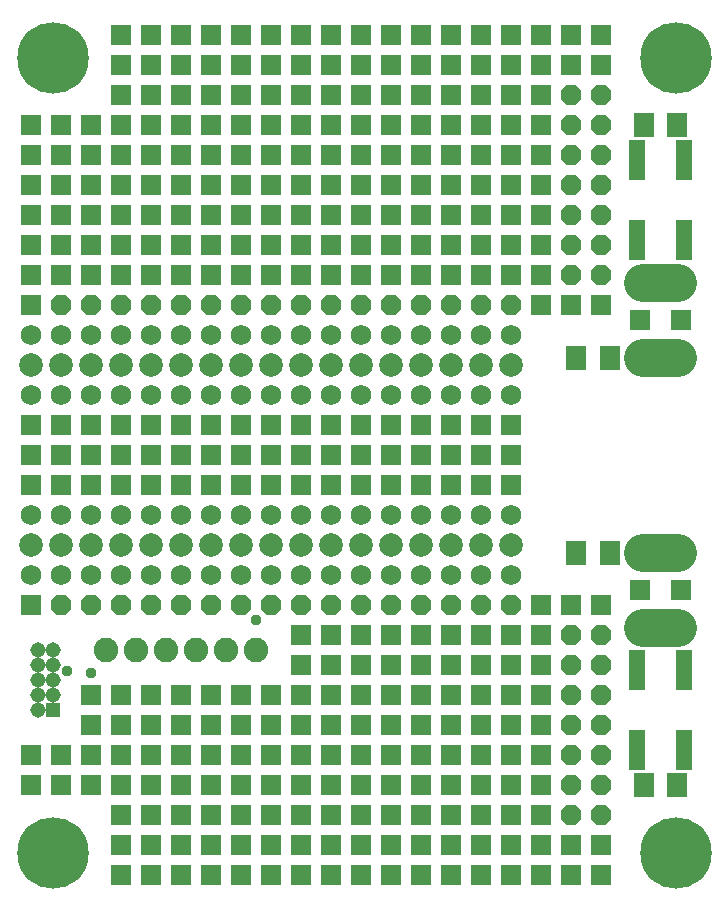
<source format=gts>
G75*
%MOIN*%
%OFA0B0*%
%FSLAX24Y24*%
%IPPOS*%
%LPD*%
%AMOC8*
5,1,8,0,0,1.08239X$1,22.5*
%
%ADD10C,0.0789*%
%ADD11C,0.0682*%
%ADD12R,0.0680X0.0680*%
%ADD13OC8,0.0680*%
%ADD14R,0.0552X0.1340*%
%ADD15R,0.0671X0.0671*%
%ADD16C,0.1265*%
%ADD17R,0.0710X0.0790*%
%ADD18C,0.2380*%
%ADD19R,0.0516X0.0516*%
%ADD20C,0.0516*%
%ADD21C,0.0820*%
%ADD22C,0.0370*%
D10*
X001050Y012050D03*
X002050Y012050D03*
X003050Y012050D03*
X004050Y012050D03*
X005050Y012050D03*
X006050Y012050D03*
X007050Y012050D03*
X008050Y012050D03*
X009050Y012050D03*
X010050Y012050D03*
X011050Y012050D03*
X012050Y012050D03*
X013050Y012050D03*
X014050Y012050D03*
X015050Y012050D03*
X016050Y012050D03*
X017050Y012050D03*
X017050Y018050D03*
X016050Y018050D03*
X015050Y018050D03*
X014050Y018050D03*
X013050Y018050D03*
X012050Y018050D03*
X011050Y018050D03*
X010050Y018050D03*
X009050Y018050D03*
X008050Y018050D03*
X007050Y018050D03*
X006050Y018050D03*
X005050Y018050D03*
X004050Y018050D03*
X003050Y018050D03*
X002050Y018050D03*
X001050Y018050D03*
D11*
X001050Y017050D03*
X002050Y017050D03*
X003050Y017050D03*
X004050Y017050D03*
X005050Y017050D03*
X006050Y017050D03*
X007050Y017050D03*
X008050Y017050D03*
X009050Y017050D03*
X010050Y017050D03*
X011050Y017050D03*
X012050Y017050D03*
X013050Y017050D03*
X014050Y017050D03*
X015050Y017050D03*
X016050Y017050D03*
X017050Y017050D03*
X017050Y019050D03*
X016050Y019050D03*
X015050Y019050D03*
X014050Y019050D03*
X013050Y019050D03*
X012050Y019050D03*
X011050Y019050D03*
X010050Y019050D03*
X009050Y019050D03*
X008050Y019050D03*
X007050Y019050D03*
X006050Y019050D03*
X005050Y019050D03*
X004050Y019050D03*
X003050Y019050D03*
X002050Y019050D03*
X001050Y019050D03*
X001050Y013050D03*
X002050Y013050D03*
X003050Y013050D03*
X004050Y013050D03*
X005050Y013050D03*
X006050Y013050D03*
X007050Y013050D03*
X008050Y013050D03*
X009050Y013050D03*
X010050Y013050D03*
X011050Y013050D03*
X012050Y013050D03*
X013050Y013050D03*
X014050Y013050D03*
X015050Y013050D03*
X016050Y013050D03*
X017050Y013050D03*
X017050Y011050D03*
X016050Y011050D03*
X015050Y011050D03*
X014050Y011050D03*
X013050Y011050D03*
X012050Y011050D03*
X011050Y011050D03*
X010050Y011050D03*
X009050Y011050D03*
X008050Y011050D03*
X007050Y011050D03*
X006050Y011050D03*
X005050Y011050D03*
X004050Y011050D03*
X003050Y011050D03*
X002050Y011050D03*
X001050Y011050D03*
D12*
X001050Y010050D03*
X003050Y007050D03*
X003050Y006050D03*
X003050Y005050D03*
X003050Y004050D03*
X002050Y004050D03*
X002050Y005050D03*
X001050Y005050D03*
X001050Y004050D03*
X004050Y004050D03*
X004050Y003050D03*
X004050Y002050D03*
X004050Y001050D03*
X005050Y001050D03*
X005050Y002050D03*
X005050Y003050D03*
X005050Y004050D03*
X005050Y005050D03*
X005050Y006050D03*
X005050Y007050D03*
X004050Y007050D03*
X004050Y006050D03*
X004050Y005050D03*
X006050Y005050D03*
X006050Y004050D03*
X006050Y003050D03*
X006050Y002050D03*
X006050Y001050D03*
X007050Y001050D03*
X007050Y002050D03*
X007050Y003050D03*
X007050Y004050D03*
X007050Y005050D03*
X007050Y006050D03*
X007050Y007050D03*
X006050Y007050D03*
X006050Y006050D03*
X008050Y006050D03*
X008050Y007050D03*
X009050Y007050D03*
X009050Y006050D03*
X009050Y005050D03*
X009050Y004050D03*
X009050Y003050D03*
X009050Y002050D03*
X009050Y001050D03*
X008050Y001050D03*
X008050Y002050D03*
X008050Y003050D03*
X008050Y004050D03*
X008050Y005050D03*
X010050Y005050D03*
X010050Y004050D03*
X010050Y003050D03*
X010050Y002050D03*
X010050Y001050D03*
X011050Y001050D03*
X011050Y002050D03*
X011050Y003050D03*
X011050Y004050D03*
X011050Y005050D03*
X011050Y006050D03*
X011050Y007050D03*
X011050Y008050D03*
X011050Y009050D03*
X010050Y009050D03*
X010050Y008050D03*
X010050Y007050D03*
X010050Y006050D03*
X012050Y006050D03*
X012050Y007050D03*
X012050Y008050D03*
X012050Y009050D03*
X013050Y009050D03*
X013050Y008050D03*
X013050Y007050D03*
X013050Y006050D03*
X013050Y005050D03*
X013050Y004050D03*
X013050Y003050D03*
X013050Y002050D03*
X013050Y001050D03*
X012050Y001050D03*
X012050Y002050D03*
X012050Y003050D03*
X012050Y004050D03*
X012050Y005050D03*
X014050Y005050D03*
X014050Y004050D03*
X014050Y003050D03*
X014050Y002050D03*
X014050Y001050D03*
X015050Y001050D03*
X015050Y002050D03*
X015050Y003050D03*
X015050Y004050D03*
X015050Y005050D03*
X015050Y006050D03*
X015050Y007050D03*
X015050Y008050D03*
X015050Y009050D03*
X014050Y009050D03*
X014050Y008050D03*
X014050Y007050D03*
X014050Y006050D03*
X016050Y006050D03*
X016050Y007050D03*
X016050Y008050D03*
X016050Y009050D03*
X017050Y009050D03*
X017050Y008050D03*
X017050Y007050D03*
X017050Y006050D03*
X017050Y005050D03*
X017050Y004050D03*
X017050Y003050D03*
X017050Y002050D03*
X017050Y001050D03*
X018050Y001050D03*
X018050Y002050D03*
X018050Y003050D03*
X018050Y004050D03*
X018050Y005050D03*
X018050Y006050D03*
X018050Y007050D03*
X018050Y008050D03*
X018050Y009050D03*
X018050Y010050D03*
X019050Y010050D03*
X020050Y010050D03*
X017050Y014050D03*
X017050Y015050D03*
X017050Y016050D03*
X016050Y016050D03*
X016050Y015050D03*
X016050Y014050D03*
X015050Y014050D03*
X015050Y015050D03*
X015050Y016050D03*
X014050Y016050D03*
X014050Y015050D03*
X014050Y014050D03*
X013050Y014050D03*
X013050Y015050D03*
X013050Y016050D03*
X012050Y016050D03*
X012050Y015050D03*
X012050Y014050D03*
X011050Y014050D03*
X011050Y015050D03*
X011050Y016050D03*
X010050Y016050D03*
X010050Y015050D03*
X010050Y014050D03*
X009050Y014050D03*
X009050Y015050D03*
X009050Y016050D03*
X008050Y016050D03*
X008050Y015050D03*
X008050Y014050D03*
X007050Y014050D03*
X007050Y015050D03*
X007050Y016050D03*
X006050Y016050D03*
X006050Y015050D03*
X006050Y014050D03*
X005050Y014050D03*
X005050Y015050D03*
X005050Y016050D03*
X004050Y016050D03*
X004050Y015050D03*
X004050Y014050D03*
X003050Y014050D03*
X003050Y015050D03*
X003050Y016050D03*
X002050Y016050D03*
X002050Y015050D03*
X002050Y014050D03*
X001050Y014050D03*
X001050Y015050D03*
X001050Y016050D03*
X001050Y020050D03*
X001050Y021050D03*
X001050Y022050D03*
X001050Y023050D03*
X001050Y024050D03*
X001050Y025050D03*
X001050Y026050D03*
X002050Y026050D03*
X002050Y025050D03*
X002050Y024050D03*
X002050Y023050D03*
X002050Y022050D03*
X002050Y021050D03*
X003050Y021050D03*
X003050Y022050D03*
X003050Y023050D03*
X003050Y024050D03*
X003050Y025050D03*
X003050Y026050D03*
X004050Y026050D03*
X004050Y025050D03*
X004050Y024050D03*
X004050Y023050D03*
X004050Y022050D03*
X004050Y021050D03*
X005050Y021050D03*
X005050Y022050D03*
X005050Y023050D03*
X005050Y024050D03*
X005050Y025050D03*
X005050Y026050D03*
X005050Y027050D03*
X005050Y028050D03*
X005050Y029050D03*
X004050Y029050D03*
X004050Y028050D03*
X004050Y027050D03*
X006050Y027050D03*
X006050Y026050D03*
X006050Y025050D03*
X006050Y024050D03*
X006050Y023050D03*
X006050Y022050D03*
X006050Y021050D03*
X007050Y021050D03*
X007050Y022050D03*
X007050Y023050D03*
X007050Y024050D03*
X007050Y025050D03*
X007050Y026050D03*
X007050Y027050D03*
X007050Y028050D03*
X007050Y029050D03*
X006050Y029050D03*
X006050Y028050D03*
X008050Y028050D03*
X008050Y029050D03*
X009050Y029050D03*
X009050Y028050D03*
X009050Y027050D03*
X009050Y026050D03*
X009050Y025050D03*
X009050Y024050D03*
X009050Y023050D03*
X009050Y022050D03*
X009050Y021050D03*
X008050Y021050D03*
X008050Y022050D03*
X008050Y023050D03*
X008050Y024050D03*
X008050Y025050D03*
X008050Y026050D03*
X008050Y027050D03*
X010050Y027050D03*
X010050Y026050D03*
X010050Y025050D03*
X010050Y024050D03*
X010050Y023050D03*
X010050Y022050D03*
X010050Y021050D03*
X011050Y021050D03*
X011050Y022050D03*
X011050Y023050D03*
X011050Y024050D03*
X011050Y025050D03*
X011050Y026050D03*
X011050Y027050D03*
X011050Y028050D03*
X011050Y029050D03*
X010050Y029050D03*
X010050Y028050D03*
X012050Y028050D03*
X012050Y029050D03*
X013050Y029050D03*
X013050Y028050D03*
X013050Y027050D03*
X013050Y026050D03*
X013050Y025050D03*
X013050Y024050D03*
X013050Y023050D03*
X013050Y022050D03*
X013050Y021050D03*
X012050Y021050D03*
X012050Y022050D03*
X012050Y023050D03*
X012050Y024050D03*
X012050Y025050D03*
X012050Y026050D03*
X012050Y027050D03*
X014050Y027050D03*
X014050Y026050D03*
X014050Y025050D03*
X014050Y024050D03*
X014050Y023050D03*
X014050Y022050D03*
X014050Y021050D03*
X015050Y021050D03*
X015050Y022050D03*
X015050Y023050D03*
X015050Y024050D03*
X015050Y025050D03*
X015050Y026050D03*
X015050Y027050D03*
X015050Y028050D03*
X015050Y029050D03*
X014050Y029050D03*
X014050Y028050D03*
X016050Y028050D03*
X016050Y029050D03*
X017050Y029050D03*
X017050Y028050D03*
X017050Y027050D03*
X017050Y026050D03*
X017050Y025050D03*
X017050Y024050D03*
X017050Y023050D03*
X017050Y022050D03*
X017050Y021050D03*
X018050Y021050D03*
X018050Y020050D03*
X019050Y020050D03*
X020050Y020050D03*
X018050Y022050D03*
X018050Y023050D03*
X018050Y024050D03*
X018050Y025050D03*
X018050Y026050D03*
X018050Y027050D03*
X018050Y028050D03*
X018050Y029050D03*
X019050Y029050D03*
X019050Y028050D03*
X020050Y028050D03*
X020050Y029050D03*
X016050Y027050D03*
X016050Y026050D03*
X016050Y025050D03*
X016050Y024050D03*
X016050Y023050D03*
X016050Y022050D03*
X016050Y021050D03*
X016050Y005050D03*
X016050Y004050D03*
X016050Y003050D03*
X016050Y002050D03*
X016050Y001050D03*
X019050Y001050D03*
X019050Y002050D03*
X020050Y002050D03*
X020050Y001050D03*
D13*
X020050Y003050D03*
X020050Y004050D03*
X020050Y005050D03*
X020050Y006050D03*
X020050Y007050D03*
X020050Y008050D03*
X020050Y009050D03*
X019050Y009050D03*
X019050Y008050D03*
X019050Y007050D03*
X019050Y006050D03*
X019050Y005050D03*
X019050Y004050D03*
X019050Y003050D03*
X017050Y010050D03*
X016050Y010050D03*
X015050Y010050D03*
X014050Y010050D03*
X013050Y010050D03*
X012050Y010050D03*
X011050Y010050D03*
X010050Y010050D03*
X009050Y010050D03*
X008050Y010050D03*
X007050Y010050D03*
X006050Y010050D03*
X005050Y010050D03*
X004050Y010050D03*
X003050Y010050D03*
X002050Y010050D03*
X002050Y020050D03*
X003050Y020050D03*
X004050Y020050D03*
X005050Y020050D03*
X006050Y020050D03*
X007050Y020050D03*
X008050Y020050D03*
X009050Y020050D03*
X010050Y020050D03*
X011050Y020050D03*
X012050Y020050D03*
X013050Y020050D03*
X014050Y020050D03*
X015050Y020050D03*
X016050Y020050D03*
X017050Y020050D03*
X019050Y021050D03*
X019050Y022050D03*
X019050Y023050D03*
X019050Y024050D03*
X019050Y025050D03*
X019050Y026050D03*
X019050Y027050D03*
X020050Y027050D03*
X020050Y026050D03*
X020050Y025050D03*
X020050Y024050D03*
X020050Y023050D03*
X020050Y022050D03*
X020050Y021050D03*
D14*
X021263Y022211D03*
X022837Y022211D03*
X022837Y024889D03*
X021263Y024889D03*
X021263Y007889D03*
X022837Y007889D03*
X022837Y005211D03*
X021263Y005211D03*
D15*
X021361Y010550D03*
X022739Y010550D03*
X022739Y019550D03*
X021361Y019550D03*
D16*
X021458Y018300D02*
X022643Y018300D01*
X022643Y020800D02*
X021458Y020800D01*
X021458Y011800D02*
X022643Y011800D01*
X022643Y009300D02*
X021458Y009300D01*
D17*
X020360Y011800D03*
X019240Y011800D03*
X019240Y018300D03*
X020360Y018300D03*
X021490Y026050D03*
X022610Y026050D03*
X022610Y004050D03*
X021490Y004050D03*
D18*
X001800Y001800D03*
X022550Y001800D03*
X022550Y028300D03*
X001800Y028300D03*
D19*
X001800Y006550D03*
D20*
X001800Y007050D03*
X001800Y007550D03*
X001800Y008050D03*
X001800Y008550D03*
X001300Y008550D03*
X001300Y008050D03*
X001300Y007550D03*
X001300Y007050D03*
X001300Y006550D03*
D21*
X003550Y008550D03*
X004550Y008550D03*
X005550Y008550D03*
X006550Y008550D03*
X007550Y008550D03*
X008550Y008550D03*
D22*
X008550Y009550D03*
X003050Y007800D03*
X002250Y007850D03*
M02*

</source>
